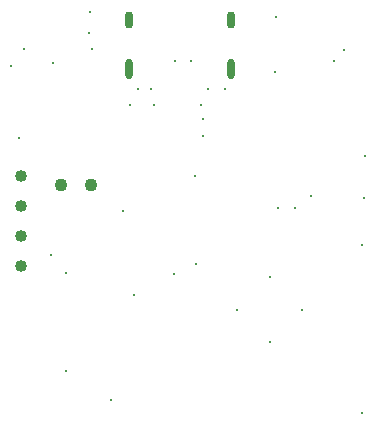
<source format=gbr>
%TF.GenerationSoftware,Altium Limited,Altium Designer,24.5.1 (21)*%
G04 Layer_Color=0*
%FSLAX45Y45*%
%MOMM*%
%TF.SameCoordinates,468CC491-F43C-46A0-BE69-D19C9FF09BCB*%
%TF.FilePolarity,Positive*%
%TF.FileFunction,Plated,1,2,PTH,Drill*%
%TF.Part,Single*%
G01*
G75*
%TA.AperFunction,ComponentDrill*%
%ADD62C,1.02000*%
%ADD63C,1.10000*%
%ADD64O,0.65000X1.75000*%
%ADD65O,0.65000X1.45000*%
%TA.AperFunction,ViaDrill,NotFilled*%
%ADD66C,0.30000*%
D62*
X13520000Y8560999D02*
D03*
Y8306999D02*
D03*
Y7798999D02*
D03*
Y8052999D02*
D03*
D63*
X14107001Y8480000D02*
D03*
X13853000D02*
D03*
D64*
X14428000Y9465000D02*
D03*
X15292000D02*
D03*
D65*
X14428000Y9880000D02*
D03*
X15292000D02*
D03*
D66*
X14510001Y9290000D02*
D03*
X14439999Y9160000D02*
D03*
X15680000Y9900000D02*
D03*
X15670000Y9440000D02*
D03*
X15970000Y8390000D02*
D03*
X13770000Y7890000D02*
D03*
X15060001Y8900000D02*
D03*
Y9040000D02*
D03*
X14100000Y9950000D02*
D03*
X14089999Y9770000D02*
D03*
X13430000Y9490000D02*
D03*
X13500000Y8880000D02*
D03*
X16250000Y9620000D02*
D03*
X16170000Y9530000D02*
D03*
X14954999Y9534349D02*
D03*
X14825000Y9530743D02*
D03*
X14470000Y7550000D02*
D03*
X13900000Y7740000D02*
D03*
X15689999Y8290000D02*
D03*
X15839999D02*
D03*
X14989999Y8560000D02*
D03*
X15000000Y7810000D02*
D03*
X14810001Y7730000D02*
D03*
X15239999Y9290000D02*
D03*
X14620000D02*
D03*
X14639999Y9160000D02*
D03*
X15100000Y9290000D02*
D03*
X13789999Y9510000D02*
D03*
X13539999Y9630000D02*
D03*
X14120000D02*
D03*
X15039999Y9160000D02*
D03*
X16420000Y8370000D02*
D03*
X13900000Y6910000D02*
D03*
X14280000Y6660000D02*
D03*
X14380000Y8260000D02*
D03*
X16430000Y8730000D02*
D03*
X16400000Y7975000D02*
D03*
X15900000Y7425000D02*
D03*
X15625000Y7150000D02*
D03*
X15350000Y7425000D02*
D03*
X15625000Y7700000D02*
D03*
X16400000Y6550000D02*
D03*
%TF.MD5,20c061bb3162a96132909605f6912f34*%
M02*

</source>
